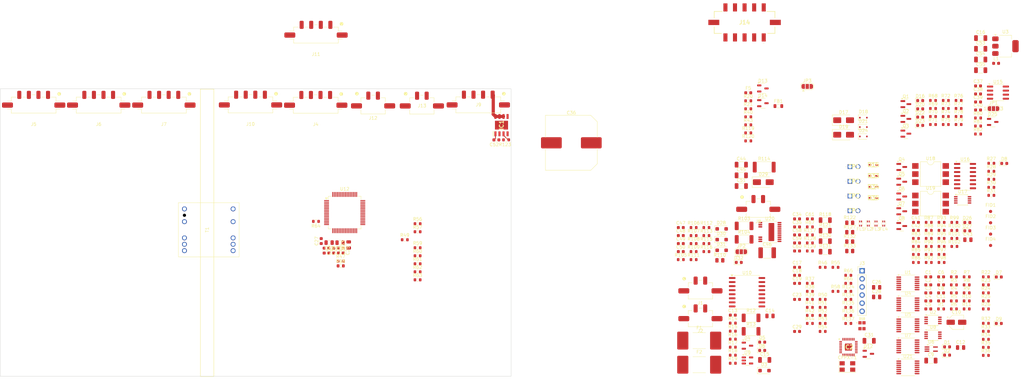
<source format=kicad_pcb>
(kicad_pcb
	(version 20240108)
	(generator "pcbnew")
	(generator_version "8.0")
	(general
		(thickness 1.6)
		(legacy_teardrops no)
	)
	(paper "A4")
	(layers
		(0 "F.Cu" signal)
		(1 "In1.Cu" signal)
		(2 "In2.Cu" signal)
		(31 "B.Cu" signal)
		(32 "B.Adhes" user "B.Adhesive")
		(33 "F.Adhes" user "F.Adhesive")
		(34 "B.Paste" user)
		(35 "F.Paste" user)
		(36 "B.SilkS" user "B.Silkscreen")
		(37 "F.SilkS" user "F.Silkscreen")
		(38 "B.Mask" user)
		(39 "F.Mask" user)
		(40 "Dwgs.User" user "User.Drawings")
		(41 "Cmts.User" user "User.Comments")
		(42 "Eco1.User" user "User.Eco1")
		(43 "Eco2.User" user "User.Eco2")
		(44 "Edge.Cuts" user)
		(45 "Margin" user)
		(46 "B.CrtYd" user "B.Courtyard")
		(47 "F.CrtYd" user "F.Courtyard")
		(48 "B.Fab" user)
		(49 "F.Fab" user)
		(50 "User.1" user)
		(51 "User.2" user)
		(52 "User.3" user)
		(53 "User.4" user)
		(54 "User.5" user)
		(55 "User.6" user)
		(56 "User.7" user)
		(57 "User.8" user)
		(58 "User.9" user)
	)
	(setup
		(stackup
			(layer "F.SilkS"
				(type "Top Silk Screen")
			)
			(layer "F.Paste"
				(type "Top Solder Paste")
			)
			(layer "F.Mask"
				(type "Top Solder Mask")
				(thickness 0.01)
			)
			(layer "F.Cu"
				(type "copper")
				(thickness 0.035)
			)
			(layer "dielectric 1"
				(type "prepreg")
				(thickness 0.1)
				(material "FR4")
				(epsilon_r 4.5)
				(loss_tangent 0.02)
			)
			(layer "In1.Cu"
				(type "copper")
				(thickness 0.035)
			)
			(layer "dielectric 2"
				(type "core")
				(thickness 1.24)
				(material "FR4")
				(epsilon_r 4.5)
				(loss_tangent 0.02)
			)
			(layer "In2.Cu"
				(type "copper")
				(thickness 0.035)
			)
			(layer "dielectric 3"
				(type "prepreg")
				(thickness 0.1)
				(material "FR4")
				(epsilon_r 4.5)
				(loss_tangent 0.02)
			)
			(layer "B.Cu"
				(type "copper")
				(thickness 0.035)
			)
			(layer "B.Mask"
				(type "Bottom Solder Mask")
				(thickness 0.01)
			)
			(layer "B.Paste"
				(type "Bottom Solder Paste")
			)
			(layer "B.SilkS"
				(type "Bottom Silk Screen")
			)
			(copper_finish "None")
			(dielectric_constraints no)
		)
		(pad_to_mask_clearance 0)
		(allow_soldermask_bridges_in_footprints no)
		(pcbplotparams
			(layerselection 0x00010fc_ffffffff)
			(plot_on_all_layers_selection 0x0000000_00000000)
			(disableapertmacros no)
			(usegerberextensions no)
			(usegerberattributes yes)
			(usegerberadvancedattributes yes)
			(creategerberjobfile yes)
			(dashed_line_dash_ratio 12.000000)
			(dashed_line_gap_ratio 3.000000)
			(svgprecision 4)
			(plotframeref no)
			(viasonmask no)
			(mode 1)
			(useauxorigin no)
			(hpglpennumber 1)
			(hpglpenspeed 20)
			(hpglpendiameter 15.000000)
			(pdf_front_fp_property_popups yes)
			(pdf_back_fp_property_popups yes)
			(dxfpolygonmode yes)
			(dxfimperialunits yes)
			(dxfusepcbnewfont yes)
			(psnegative no)
			(psa4output no)
			(plotreference yes)
			(plotvalue yes)
			(plotfptext yes)
			(plotinvisibletext no)
			(sketchpadsonfab no)
			(subtractmaskfromsilk no)
			(outputformat 1)
			(mirror no)
			(drillshape 1)
			(scaleselection 1)
			(outputdirectory "")
		)
	)
	(net 0 "")
	(net 1 "GND")
	(net 2 "+3V3")
	(net 3 "Net-(U8-~{PRE})")
	(net 4 "Net-(U8-~{CLR})")
	(net 5 "/TSAL/HV_Active_Detection/3V3_HV")
	(net 6 "HV-_Vehicle_Side")
	(net 7 "Net-(C17-Pad2)")
	(net 8 "/MCU/RCC_OSC_OUT")
	(net 9 "/MCU/NRST")
	(net 10 "Net-(C26-Pad2)")
	(net 11 "Net-(C28-Pad2)")
	(net 12 "Net-(J10-Pin_4)")
	(net 13 "Net-(U3-VI)")
	(net 14 "/CAN_Transceiver/CarCAN_HIGH")
	(net 15 "/CAN_Transceiver/V_{ref}")
	(net 16 "Net-(Q8-G)")
	(net 17 "Net-(JP2-B)")
	(net 18 "Net-(U20-INTVcc)")
	(net 19 "HV+_Vehicle_Side_Fused")
	(net 20 "Net-(C47-Pad1)")
	(net 21 "/HV_Indicator/ENABLE")
	(net 22 "Net-(C49-Pad1)")
	(net 23 "Net-(U20-DCM)")
	(net 24 "Net-(U20-SOURCE)")
	(net 25 "Net-(D32-K)")
	(net 26 "Net-(D31-K)")
	(net 27 "Net-(D1-A)")
	(net 28 "Net-(D2-A)")
	(net 29 "/TSAL/HV_Active_Detection/HV_1")
	(net 30 "Net-(D4-K)")
	(net 31 "Net-(D5-A)")
	(net 32 "Net-(D6-A)")
	(net 33 "/MCU/Precharge_Closed")
	(net 34 "Net-(D7-A)")
	(net 35 "Net-(D8-A)")
	(net 36 "/MCU/AIR+_Closed")
	(net 37 "Net-(D9-A)")
	(net 38 "/MCU/AIR-_Closed")
	(net 39 "Net-(D12-K)")
	(net 40 "Net-(D16-A)")
	(net 41 "/Relay_Driver/Relay_2")
	(net 42 "/Relay_Driver/Relay_1")
	(net 43 "/Relay_0")
	(net 44 "/Relay_Driver/Relay_10")
	(net 45 "/Relay_Driver/Relay_3")
	(net 46 "Net-(D20-A)")
	(net 47 "Net-(D22-A)")
	(net 48 "Net-(D23-A)")
	(net 49 "/Relay_Driver/Relay_4")
	(net 50 "Net-(D26-A)")
	(net 51 "Net-(D27-A)")
	(net 52 "Net-(D28-K)")
	(net 53 "Net-(D28-A)")
	(net 54 "Net-(D29-A1)")
	(net 55 "Net-(D30-A)")
	(net 56 "Net-(D31-A)")
	(net 57 "Net-(D32-A)")
	(net 58 "/CAN_Transceiver/CarCAN_LOW")
	(net 59 "/IO/IMD_M")
	(net 60 "+24V")
	(net 61 "Net-(J14-Pin_2)")
	(net 62 "unconnected-(IC1-IS-Pad4)")
	(net 63 "Net-(IC1-DEN)")
	(net 64 "unconnected-(IC1-NC-Pad5)")
	(net 65 "/IO/IMD_Power")
	(net 66 "Net-(U12-PC0)")
	(net 67 "Net-(U12-PB15)")
	(net 68 "/IO/TSAL_GREEN")
	(net 69 "/MCU/~{AMS_ERROR_LED}")
	(net 70 "/MCU/~{IMD_ERROR_LED}")
	(net 71 "Net-(J14-Pin_3)")
	(net 72 "Net-(J14-Pin_5)")
	(net 73 "/MCU/Trace_SWO")
	(net 74 "/MCU/SWDIO_1")
	(net 75 "/MCU/SWCLK_1")
	(net 76 "Net-(JP1-C)")
	(net 77 "Net-(JP2-C)")
	(net 78 "Net-(JP3-C)")
	(net 79 "Net-(Q1-G)")
	(net 80 "Net-(Q2-G)")
	(net 81 "Net-(Q3-G)")
	(net 82 "/SDC_Latching/~{AMS_Error}")
	(net 83 "Net-(Q4-D)")
	(net 84 "/SDC_Latching/~{IMD_Error}")
	(net 85 "Net-(Q5-D)")
	(net 86 "Net-(Q6-G)")
	(net 87 "Net-(Q6-D)")
	(net 88 "Net-(Q7-D)")
	(net 89 "Net-(Q7-G)")
	(net 90 "Net-(Q8-D)")
	(net 91 "Net-(Q8-S)")
	(net 92 "/TSAL/Comp_Ref_Low")
	(net 93 "/TSAL/Comp_Ref_Closed")
	(net 94 "/TSAL/Relay_State_Detection/~{Short}")
	(net 95 "/TSAL/~{TS_Error}")
	(net 96 "Net-(U8-C)")
	(net 97 "/MCU/TS_Error")
	(net 98 "Net-(R12-Pad2)")
	(net 99 "Net-(U9--)")
	(net 100 "Net-(R17-Pad2)")
	(net 101 "Net-(U10-IND)")
	(net 102 "/Relay_Driver/aux_out0")
	(net 103 "/Relay_Driver/aux_in0")
	(net 104 "/Relay_Driver/aux_out1")
	(net 105 "/Relay_Driver/aux_in1")
	(net 106 "/Relay_Driver/aux_out2")
	(net 107 "/Relay_Driver/aux_in2")
	(net 108 "/MCU/AMS_ERROR_1")
	(net 109 "Net-(U12-PC9)")
	(net 110 "Net-(U12-BOOT0)")
	(net 111 "/MCU/Status_LED_R")
	(net 112 "/IO/TEMP_TSDCDC")
	(net 113 "/MCU/Status_LED_G")
	(net 114 "Net-(U12-PC2)")
	(net 115 "/MCU/Status_LED_B")
	(net 116 "Net-(U12-PA3)")
	(net 117 "Net-(U12-PA7)")
	(net 118 "Net-(U12-PB0)")
	(net 119 "Net-(U12-PA2)")
	(net 120 "Net-(U12-PA6)")
	(net 121 "Net-(U12-PA14)")
	(net 122 "Net-(U12-PA1)")
	(net 123 "/MCU/HV_Active")
	(net 124 "Net-(U12-PA13)")
	(net 125 "Net-(U12-PA0)")
	(net 126 "Net-(U12-PB1)")
	(net 127 "/MCU/AIR+_Control")
	(net 128 "/MCU/AIR-_Control")
	(net 129 "/MCU/Precharge_Control")
	(net 130 "Net-(U15-Rs)")
	(net 131 "Net-(U16A-C)")
	(net 132 "Net-(U16B-C)")
	(net 133 "Net-(U16A-Q)")
	(net 134 "Net-(U16B-Q)")
	(net 135 "Net-(U16A-~{Q})")
	(net 136 "Net-(U16B-~{Q})")
	(net 137 "Net-(R95-Pad2)")
	(net 138 "Net-(R96-Pad2)")
	(net 139 "/TSAL/HV_Active_Detection/HV_0")
	(net 140 "/SDC_Latching/Reset_Signal")
	(net 141 "Net-(R103-Pad2)")
	(net 142 "Net-(U20-Vc)")
	(net 143 "Net-(U20-IREG{slash}SS)")
	(net 144 "Net-(U20-TC)")
	(net 145 "Net-(U20-FB)")
	(net 146 "Net-(J8-Pin_2)")
	(net 147 "/TSAL/Mismatch_Relay_2")
	(net 148 "/TSAL/Mismatch_Relay_1")
	(net 149 "Net-(U1-Pad11)")
	(net 150 "/TSAL/AIRs_Closed")
	(net 151 "/TSAL/Mismatch_Relay_3")
	(net 152 "/TSAL/HV_Inactive")
	(net 153 "/TSAL/TS_OK")
	(net 154 "Net-(U2-Pad1)")
	(net 155 "/TSAL/Relay_Mismatch")
	(net 156 "unconnected-(U5-Pad14)")
	(net 157 "unconnected-(U5-Pad13)")
	(net 158 "/TSAL/HV_Mismatch")
	(net 159 "unconnected-(U10-OUTA-Pad14)")
	(net 160 "unconnected-(U10-INB-Pad4)")
	(net 161 "unconnected-(U10-INC-Pad12)")
	(net 162 "unconnected-(U10-INA-Pad3)")
	(net 163 "unconnected-(U10-OUTB-Pad13)")
	(net 164 "unconnected-(U10-OUTC-Pad5)")
	(net 165 "unconnected-(U10-NC-Pad7)")
	(net 166 "unconnected-(U12-PD2-Pad54)")
	(net 167 "unconnected-(U12-PC10-Pad51)")
	(net 168 "unconnected-(U12-PC12-Pad53)")
	(net 169 "/TSAL/HV_Active_Detection/-HV_1")
	(net 170 "Net-(FL1-Pad4)")
	(net 171 "Net-(FL1-Pad3)")
	(net 172 "/IO/LV_Cmeasure")
	(net 173 "unconnected-(U12-PC14-Pad3)")
	(net 174 "Net-(FL1-Pad2)")
	(net 175 "unconnected-(U12-PC11-Pad52)")
	(net 176 "Net-(FL1-Pad1)")
	(net 177 "Net-(FL2-Pad4)")
	(net 178 "Net-(FL2-Pad2)")
	(net 179 "unconnected-(U12-PC13-Pad2)")
	(net 180 "unconnected-(U12-PC15-Pad4)")
	(net 181 "Net-(FL2-Pad3)")
	(net 182 "/IO/IMD_VCC")
	(net 183 "/SDC_Latching/IMD_Latch_Reset")
	(net 184 "/SDC_Latching/AMS_Latch_Reset")
	(net 185 "/SDC_Latching/SDC_1")
	(net 186 "unconnected-(U18-Pad3)")
	(net 187 "Net-(U18-Pad5)")
	(net 188 "/IO/SDC_OUT")
	(net 189 "unconnected-(U19-Pad3)")
	(net 190 "/TSAL/Relay_Connection_Error")
	(net 191 "/IO/Reset_Button_Out")
	(net 192 "/CAN_Transceiver/CarCAN_RX")
	(net 193 "Net-(FL2-Pad1)")
	(net 194 "Net-(J12-Pin_1)")
	(net 195 "/CAN_Transceiver/CarCAN_TX")
	(net 196 "Net-(J12-Pin_2)")
	(net 197 "Net-(J13-Pin_1)")
	(net 198 "Net-(J13-Pin_2)")
	(net 199 "/MCU/WAKE2")
	(net 200 "/MCU/MSTR1")
	(net 201 "/MCU/SPI1_MISO")
	(net 202 "/MCU/SPI1_SCK")
	(net 203 "/MCU/WAKE1")
	(net 204 "/MCU/INTR1")
	(net 205 "/MCU/IMB")
	(net 206 "Net-(IC2-XCVRMD2)")
	(net 207 "Net-(IC2-XCVRMD)")
	(net 208 "/MCU/SPI2_SCK")
	(net 209 "/MCU/SPI1_NSS")
	(net 210 "/MCU/IPB")
	(net 211 "/MCU/MSTR2")
	(net 212 "/MCU/IPA")
	(net 213 "/MCU/INTR2")
	(net 214 "/MCU/SPI2_MISO")
	(net 215 "/MCU/SPI1_MOSI")
	(net 216 "/MCU/SPI2_NSS")
	(net 217 "/MCU/SPI2_MOSI")
	(net 218 "/MCU/IMA")
	(net 219 "Net-(J9-Pin_4)")
	(net 220 "Net-(J9-Pin_3)")
	(net 221 "/MCU/RCC_OSC_IN")
	(net 222 "Net-(U12-PC3)")
	(net 223 "Net-(U12-PA5)")
	(net 224 "Net-(U12-PC4)")
	(net 225 "Net-(U12-PB4)")
	(net 226 "Net-(U12-PC5)")
	(net 227 "Net-(U12-PA4)")
	(net 228 "Net-(U12-PB12)")
	(net 229 "Net-(U12-PB14)")
	(net 230 "Net-(U12-PA12)")
	(net 231 "Net-(U12-PB5)")
	(net 232 "Net-(C58-Pad1)")
	(net 233 "Net-(C61-Pad1)")
	(net 234 "Net-(D15-A2)")
	(net 235 "Net-(D34-A2)")
	(net 236 "unconnected-(U20-N.C.-Pad19)")
	(net 237 "Net-(U12-PA15)")
	(footprint "Resistor_SMD:R_0603_1608Metric" (layer "F.Cu") (at 302.29 118.02))
	(footprint "Package_SO:TSSOP-8_3x3mm_P0.65mm" (layer "F.Cu") (at 328.81 117.075))
	(footprint "LED_SMD:LED_0603_1608Metric" (layer "F.Cu") (at 275.33 126.48))
	(footprint "Capacitor_SMD:C_0603_1608Metric" (layer "F.Cu") (at 327.34 105.95))
	(footprint "Resistor_SMD:R_0603_1608Metric" (layer "F.Cu") (at 298.28 100.45))
	(footprint "Capacitor_SMD:C_0603_1608Metric" (layer "F.Cu") (at 327.34 103.44))
	(footprint "Fiducial:Fiducial_1mm_Mask2mm" (layer "F.Cu") (at 346.85 86.5))
	(footprint "Resistor_SMD:R_0603_1608Metric" (layer "F.Cu") (at 327.49 91.4))
	(footprint "LED_SMD:LED_0603_1608Metric" (layer "F.Cu") (at 324.81 50.83))
	(footprint "Resistor_SMD:R_0603_1608Metric" (layer "F.Cu") (at 167.41 86.8))
	(footprint "Capacitor_SMD:C_1206_3216Metric" (layer "F.Cu") (at 343.75 32.02))
	(footprint "Package_TO_SOT_SMD:SOT-23" (layer "F.Cu") (at 320.32 49.345))
	(footprint "Resistor_SMD:R_0603_1608Metric" (layer "F.Cu") (at 327.49 93.91))
	(footprint "Capacitor_SMD:C_0603_1608Metric" (layer "F.Cu") (at 286.25 120.53))
	(footprint "Resistor_SMD:R_0603_1608Metric" (layer "F.Cu") (at 270.96 48.31))
	(footprint "Package_SO:TSSOP-14_4.4x5mm_P0.65mm" (layer "F.Cu") (at 320.96 131.785))
	(footprint "Capacitor_SMD:C_0603_1608Metric" (layer "F.Cu") (at 342.93 43.65))
	(footprint "Master:5025" (layer "F.Cu") (at 302.835 68.925))
	(footprint "Resistor_SMD:R_0603_1608Metric" (layer "F.Cu") (at 302.29 115.51))
	(footprint "Package_TO_SOT_SMD:SOT-23-3" (layer "F.Cu") (at 308.57 127.535))
	(footprint "Capacitor_SMD:C_0603_1608Metric" (layer "F.Cu") (at 144.11 95.21 -90))
	(footprint "Resistor_SMD:R_0603_1608Metric" (layer "F.Cu") (at 331.5 98.93))
	(footprint "Resistor_SMD:R_1206_3216Metric" (layer "F.Cu") (at 295.07 88.97))
	(footprint "LED_SMD:LED_0603_1608Metric" (layer "F.Cu") (at 333.23 127.95))
	(footprint "FaSTTUBe_connectors:Micro_Mate-N-Lok_2x5p_vertical" (layer "F.Cu") (at 269.81 23.76))
	(footprint "Master:5025" (layer "F.Cu") (at 302.835 78.125))
	(footprint "Package_TO_SOT_SMD:SOT-23-3" (layer "F.Cu") (at 275.54 44.435))
	(footprint "Resistor_SMD:R_0603_1608Metric" (layer "F.Cu") (at 328.82 53.22))
	(footprint "Package_TO_SOT_SMD:SOT-23-3" (layer "F.Cu") (at 270.71 124.995))
	(footprint "Resistor_SMD:R_0603_1608Metric" (layer "F.Cu") (at 266.13 120.45))
	(footprint "Inductor_SMD:L_CommonModeChoke_Coilcraft_0603USB" (layer "F.Cu") (at 308.56 86.75))
	(footprint "Resistor_SMD:R_0603_1608Metric" (layer "F.Cu") (at 266.13 127.98))
	(footprint "Resistor_SMD:R_0603_1608Metric" (layer "F.Cu") (at 347.08 77.92))
	(footprint "Resistor_SMD:R_0603_1608Metric" (layer "F.Cu") (at 323.48 96.42))
	(footprint "FaSTTUBe_Fuses:Littelfuse_485" (layer "F.Cu") (at 255.61 130.95))
	(footprint "Capacitor_SMD:C_0603_1608Metric" (layer "F.Cu") (at 286.25 85.29))
	(footprint "Resistor_SMD:R_0603_1608Metric" (layer "F.Cu") (at 167.41 89.31))
	(footprint "Package_SO:TSSOP-14_4.4x5mm_P0.65mm" (layer "F.Cu") (at 320.96 105.485))
	(footprint "Package_SO:TSSOP-14_4.4x5mm_P0.65mm"
		(layer "F.Cu")
		(uuid "1e7e85d4-a271-4124-8ca6-c293484448a3")
		(at 320.96 118.635)
		(descr "TSSOP, 14 Pin (JEDEC MO-153 Var AB-1 https://www.jedec.org/document_search?search_api_views_fulltext=MO-153), generated with kicad-footprint-generator ipc_gullwing_generator.py")
		(tags "TSSOP SO")
		(property "Reference" "U5"
			(at 0 -3.45 0)
			(layer "F.SilkS")
			(uuid "f66528ac-9eef-48cb-a616-ab090d00a7f9")
			(effects
				(font
					(size 1 1)
					(thickness 0.15)
				)
			)
		)
		(property "Value" "LM339LV"
			(at 0 3.45 0)
			(layer "F.Fab")
			(uuid "ac4e49d5-7a36-4dfc-942a-d2688118b6b1")
			(effects
				(font
					(size 1 1)
					(thickness 0.15)
				)
			)
		)
		(property "Footprint" "Package_SO:TSSOP-14_4.4x5mm_P0.65mm"
			(at 0 0 0)
			(unlocked yes)
			(layer "F.Fab")
			(hide yes)
			(uuid "45ca1fae-3741-4ff8-8a0f-5e71d51ce41b")
			(effects
				(font
					(size 1.27 1.27)
				)
			)
		)
		(property "Datasheet" "https://www.st.com/resource/en/datasheet/lm139.pdf"
			(at 0 0 0)
			(unlocked yes)
			(layer "F.Fab")
			(hide yes)
			(uuid "fb76820e-3232-4028-a2bd-4953d07c9522")
			(effects
				(font
					(size 1.27 1.27)
				)
			)
		)
		(property "Description" "Quad Differential Comparators, SOIC-14/TSSOP-14"
			(at 0 0 0)
			(unlocked yes)
			(layer "F.Fab")
			(hide yes)
			(uuid "024f37fd-edad-4106-a70f-0be70cc5fe2b")
			(effects
				(font
					(size 1.27 1.27)
				)
			)
		)
		(property ki_fp_filters "SOIC*3.9x8.7mm*P1.27mm* TSSOP*4.4x5mm*P0.65mm*")
		(path "/5ce1aa0c-f98f-4b94-80bd-f188cf4c57de/d88382cc-3df7-4ec9-91b2-515531d5fed1")
		(sheetname "TSAL")
		(sheetfile "TSAL.kicad_sch")
		(attr smd)
		(fp_line
			(start 0 -2.61)
			(end -2.2 -2.61)
			(stroke
				(width 0.12)
				(type solid)
			)
			(layer "F.SilkS")
			(uuid "0592b5ab-46fd-4343-9bab-a6603649e725")
		)
		(fp_line
			(start 0 -2.61)
			(end 2.2 -2.61)
			(stroke
				(width 0.12)
				(type solid)
			)
			(layer "F.SilkS")
			(uuid "68e46555-2d40-48bc-9eed-0e071f0ee8bc")
		)
		(fp_line
			(start 0 2.61)
			(end -2.2 2.61)
			(stroke
				(width 0.12)
				(type solid)
			)
			(layer "F.SilkS")
			(uuid "53ef34c9-b571-4b9e-84fa-cff4484eae15")
		)
		(fp_line
			(start 0 2.61)
			(end 2.2 2.61)
			(stroke
				(width 0.12)
				(type solid)
			)
			(layer "F.SilkS")
			(uuid "1913578e-3710-4616-9f36-c1092f4d0d6c")
		)
		(fp_poly
			(pts
				(xy -2.9 -2.41) (xy -3.14 -2.74) (xy -2.66 -2.74) (xy -2.9 -2.41)
			)
			(stroke
				(width 0.12)
				(type solid)
			)
			(fill solid)
			(layer "F.SilkS")
			(uuid "b9aebccc-199b-4ded-ac3e-1cd36b4913fb")
		)
		(fp_line
			(start -3.85 -2.75)
			(end -3.85 2.75)
			(stroke
				(width 0.05)
				(type solid)
			)
			(layer "F.CrtYd")
			(uuid "e18efed4-8f1b-4f18-b940-0d1b7082af2
... [1259438 chars truncated]
</source>
